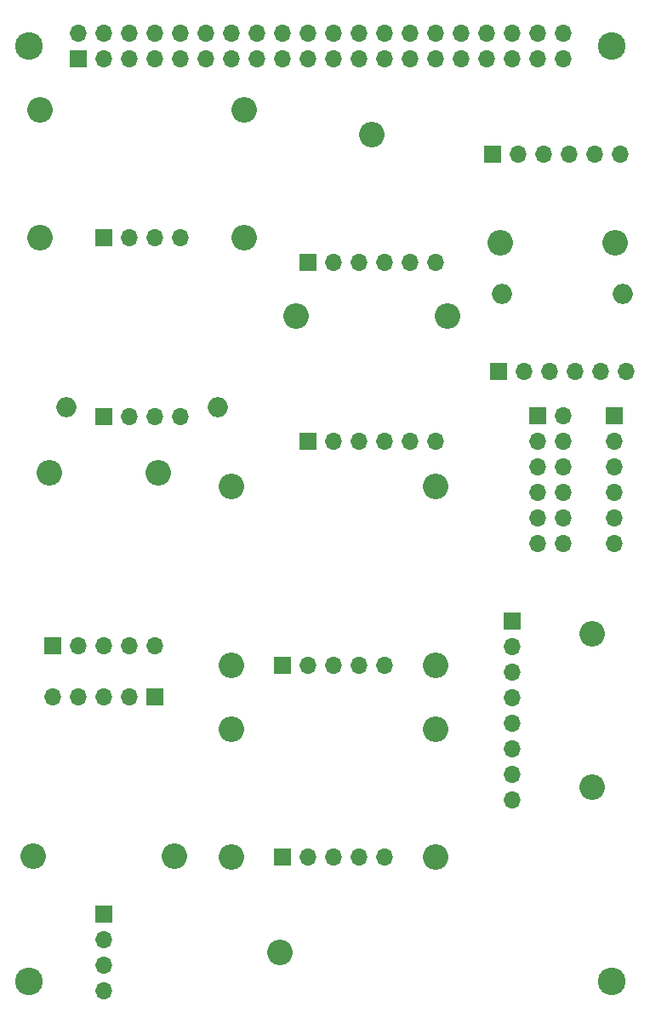
<source format=gbr>
%TF.GenerationSoftware,KiCad,Pcbnew,7.0.5-7.0.5~ubuntu22.04.1*%
%TF.CreationDate,2023-07-02T20:15:11+01:00*%
%TF.ProjectId,sensorboard-v4-base-station,73656e73-6f72-4626-9f61-72642d76342d,rev?*%
%TF.SameCoordinates,Original*%
%TF.FileFunction,Soldermask,Bot*%
%TF.FilePolarity,Negative*%
%FSLAX46Y46*%
G04 Gerber Fmt 4.6, Leading zero omitted, Abs format (unit mm)*
G04 Created by KiCad (PCBNEW 7.0.5-7.0.5~ubuntu22.04.1) date 2023-07-02 20:15:11*
%MOMM*%
%LPD*%
G01*
G04 APERTURE LIST*
%ADD10O,2.540000X2.540000*%
%ADD11R,1.700000X1.700000*%
%ADD12O,1.700000X1.700000*%
%ADD13C,2.750000*%
%ADD14O,2.000000X2.000000*%
G04 APERTURE END LIST*
D10*
%TO.C,SCD40#2*%
X20050000Y5100002D03*
D11*
X2540000Y8910002D03*
D12*
X2540000Y6370002D03*
X2540000Y3830002D03*
X2540000Y1290002D03*
%TD*%
D13*
%TO.C,MH1*%
X-4870000Y95250002D03*
%TD*%
D10*
%TO.C,SCD40#1*%
X15240000Y33675002D03*
X35560000Y33675002D03*
X15240000Y51455002D03*
X35560000Y51455002D03*
D11*
X20320000Y33675002D03*
D12*
X22860000Y33675002D03*
X25400000Y33675002D03*
X27940000Y33675002D03*
X30480000Y33675002D03*
%TD*%
D11*
%TO.C,J1*%
X53340000Y58440002D03*
D12*
X53340000Y55900002D03*
X53340000Y53360002D03*
X53340000Y50820002D03*
X53340000Y48280002D03*
X53340000Y45740002D03*
%TD*%
D10*
%TO.C,LTR-559#1*%
X9590000Y14700002D03*
X-4510000Y14700002D03*
D11*
X7620000Y30500002D03*
D12*
X-2540000Y30500002D03*
X0Y30500002D03*
X2540000Y30500002D03*
X5080000Y30500002D03*
%TD*%
D10*
%TO.C,MCP9808#1*%
X51114000Y36770000D03*
X51114000Y21590000D03*
D12*
X43180000Y25400000D03*
X43180000Y22860000D03*
X43180000Y20320000D03*
X43180000Y27940000D03*
X43180000Y35560000D03*
X43180000Y33020000D03*
X43180000Y30480000D03*
D11*
X43180000Y38100000D03*
%TD*%
D10*
%TO.C,PM_breakout1*%
X29210000Y86380002D03*
D11*
X22860000Y73680002D03*
D12*
X25400000Y73680002D03*
X27940000Y73680002D03*
X30480000Y73680002D03*
X33020000Y73680002D03*
X35560000Y73680002D03*
%TD*%
D10*
%TO.C,MIC1-left1*%
X53400000Y75625000D03*
X41970000Y75625000D03*
D11*
X41275000Y84455000D03*
D12*
X43815000Y84455000D03*
X46355000Y84455000D03*
X48895000Y84455000D03*
X51435000Y84455000D03*
X53975000Y84455000D03*
%TD*%
D10*
%TO.C,AHT20#1*%
X-3810000Y76200000D03*
X16510000Y76200000D03*
X-3810000Y88900000D03*
X16510000Y88900000D03*
D12*
X5080000Y76200000D03*
X7620000Y76200000D03*
X10160000Y76200000D03*
D11*
X2540000Y76200000D03*
%TD*%
D13*
%TO.C,MH3*%
X53130000Y2250002D03*
%TD*%
D10*
%TO.C,SHT45#1*%
X15239180Y14605000D03*
X35559180Y14605000D03*
X15239180Y27305000D03*
X35559180Y27305000D03*
D12*
X22859180Y14605000D03*
X25399180Y14605000D03*
X27939180Y14605000D03*
X30479180Y14605000D03*
D11*
X20319180Y14605000D03*
%TD*%
%TO.C,J2*%
X45720000Y58440002D03*
D12*
X48260000Y58440002D03*
X45720000Y55900002D03*
X48260000Y55900002D03*
X45720000Y53360002D03*
X48260000Y53360002D03*
X45720000Y50820002D03*
X48260000Y50820002D03*
X45720000Y48280002D03*
X48260000Y48280002D03*
X45720000Y45740002D03*
X48260000Y45740002D03*
%TD*%
D13*
%TO.C,MH2*%
X-4870000Y2250002D03*
%TD*%
%TO.C,MH4*%
X53130000Y95250002D03*
%TD*%
D14*
%TO.C,ENS160#1*%
X-1150820Y59290000D03*
X13849180Y59290000D03*
D12*
X5079180Y58420000D03*
X7619180Y58420000D03*
X10159180Y58420000D03*
D11*
X2539180Y58420000D03*
%TD*%
D10*
%TO.C,bh1750#1*%
X-2910000Y52767102D03*
X7990000Y52767102D03*
D12*
X7620000Y35580002D03*
X0Y35580002D03*
X2540000Y35580002D03*
X5080000Y35580002D03*
D11*
X-2540000Y35580002D03*
%TD*%
D14*
%TO.C,Mic2-right1*%
X42200000Y70555002D03*
X54200000Y70555002D03*
D11*
X41850000Y62905002D03*
D12*
X44390000Y62905002D03*
X46930000Y62905002D03*
X49470000Y62905002D03*
X52010000Y62905002D03*
X54550000Y62905002D03*
%TD*%
D10*
%TO.C,SHT31#1*%
X21710000Y68350002D03*
X36710000Y68350002D03*
D12*
X25400000Y55900002D03*
X33020000Y55900002D03*
X35560000Y55900002D03*
X27940000Y55900002D03*
X30480000Y55900002D03*
D11*
X22860000Y55900002D03*
%TD*%
%TO.C,RaspberryPiGPIO1*%
X0Y93980000D03*
D12*
X0Y96520000D03*
X2540000Y93980000D03*
X2540000Y96520000D03*
X5080000Y93980000D03*
X5080000Y96520000D03*
X7620000Y93980000D03*
X7620000Y96520000D03*
X10160000Y93980000D03*
X10160000Y96520000D03*
X12700000Y93980000D03*
X12700000Y96520000D03*
X15240000Y93980000D03*
X15240000Y96520000D03*
X17780000Y93980000D03*
X17780000Y96520000D03*
X20320000Y93980000D03*
X20320000Y96520000D03*
X22860000Y93980000D03*
X22860000Y96520000D03*
X25400000Y93980000D03*
X25400000Y96520000D03*
X27940000Y93980000D03*
X27940000Y96520000D03*
X30480000Y93980000D03*
X30480000Y96520000D03*
X33020000Y93980000D03*
X33020000Y96520000D03*
X35560000Y93980000D03*
X35560000Y96520000D03*
X38100000Y93980000D03*
X38100000Y96520000D03*
X40640000Y93980000D03*
X40640000Y96520000D03*
X43180000Y93980000D03*
X43180000Y96520000D03*
X45720000Y93980000D03*
X45720000Y96520000D03*
X48260000Y93980000D03*
X48260000Y96520000D03*
%TD*%
M02*

</source>
